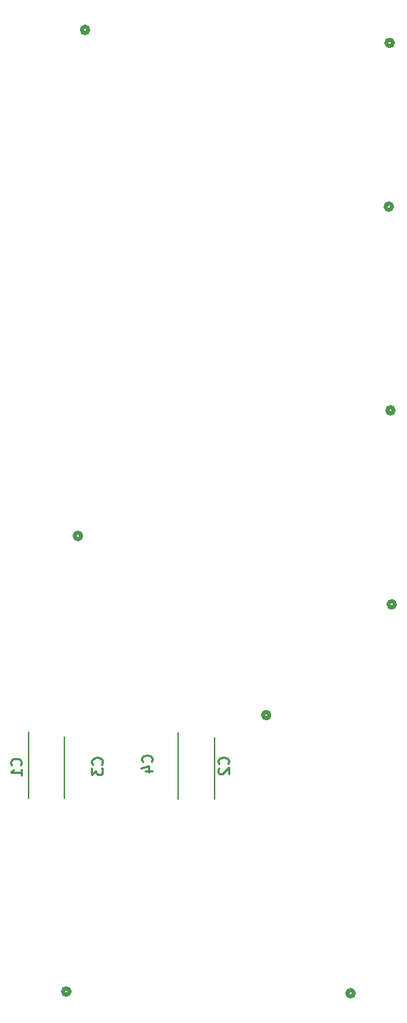
<source format=gbr>
%TF.GenerationSoftware,KiCad,Pcbnew,7.0.8-7.0.8~ubuntu22.04.1*%
%TF.CreationDate,2025-01-17T11:03:05+01:00*%
%TF.ProjectId,supply_interface,73757070-6c79-45f6-996e-746572666163,rev?*%
%TF.SameCoordinates,Original*%
%TF.FileFunction,Legend,Bot*%
%TF.FilePolarity,Positive*%
%FSLAX46Y46*%
G04 Gerber Fmt 4.6, Leading zero omitted, Abs format (unit mm)*
G04 Created by KiCad (PCBNEW 7.0.8-7.0.8~ubuntu22.04.1) date 2025-01-17 11:03:05*
%MOMM*%
%LPD*%
G01*
G04 APERTURE LIST*
%ADD10C,0.254000*%
%ADD11C,0.508000*%
%ADD12C,0.200000*%
G04 APERTURE END LIST*
D10*
X80953365Y-140238333D02*
X81013842Y-140177857D01*
X81013842Y-140177857D02*
X81074318Y-139996428D01*
X81074318Y-139996428D02*
X81074318Y-139875476D01*
X81074318Y-139875476D02*
X81013842Y-139694047D01*
X81013842Y-139694047D02*
X80892889Y-139573095D01*
X80892889Y-139573095D02*
X80771937Y-139512618D01*
X80771937Y-139512618D02*
X80530032Y-139452142D01*
X80530032Y-139452142D02*
X80348603Y-139452142D01*
X80348603Y-139452142D02*
X80106699Y-139512618D01*
X80106699Y-139512618D02*
X79985746Y-139573095D01*
X79985746Y-139573095D02*
X79864794Y-139694047D01*
X79864794Y-139694047D02*
X79804318Y-139875476D01*
X79804318Y-139875476D02*
X79804318Y-139996428D01*
X79804318Y-139996428D02*
X79864794Y-140177857D01*
X79864794Y-140177857D02*
X79925270Y-140238333D01*
X79804318Y-140661666D02*
X79804318Y-141447857D01*
X79804318Y-141447857D02*
X80288127Y-141024523D01*
X80288127Y-141024523D02*
X80288127Y-141205952D01*
X80288127Y-141205952D02*
X80348603Y-141326904D01*
X80348603Y-141326904D02*
X80409080Y-141387380D01*
X80409080Y-141387380D02*
X80530032Y-141447857D01*
X80530032Y-141447857D02*
X80832413Y-141447857D01*
X80832413Y-141447857D02*
X80953365Y-141387380D01*
X80953365Y-141387380D02*
X81013842Y-141326904D01*
X81013842Y-141326904D02*
X81074318Y-141205952D01*
X81074318Y-141205952D02*
X81074318Y-140843095D01*
X81074318Y-140843095D02*
X81013842Y-140722142D01*
X81013842Y-140722142D02*
X80953365Y-140661666D01*
X86853365Y-139938333D02*
X86913842Y-139877857D01*
X86913842Y-139877857D02*
X86974318Y-139696428D01*
X86974318Y-139696428D02*
X86974318Y-139575476D01*
X86974318Y-139575476D02*
X86913842Y-139394047D01*
X86913842Y-139394047D02*
X86792889Y-139273095D01*
X86792889Y-139273095D02*
X86671937Y-139212618D01*
X86671937Y-139212618D02*
X86430032Y-139152142D01*
X86430032Y-139152142D02*
X86248603Y-139152142D01*
X86248603Y-139152142D02*
X86006699Y-139212618D01*
X86006699Y-139212618D02*
X85885746Y-139273095D01*
X85885746Y-139273095D02*
X85764794Y-139394047D01*
X85764794Y-139394047D02*
X85704318Y-139575476D01*
X85704318Y-139575476D02*
X85704318Y-139696428D01*
X85704318Y-139696428D02*
X85764794Y-139877857D01*
X85764794Y-139877857D02*
X85825270Y-139938333D01*
X86127651Y-141026904D02*
X86974318Y-141026904D01*
X85643842Y-140724523D02*
X86550984Y-140422142D01*
X86550984Y-140422142D02*
X86550984Y-141208333D01*
X71353365Y-140338333D02*
X71413842Y-140277857D01*
X71413842Y-140277857D02*
X71474318Y-140096428D01*
X71474318Y-140096428D02*
X71474318Y-139975476D01*
X71474318Y-139975476D02*
X71413842Y-139794047D01*
X71413842Y-139794047D02*
X71292889Y-139673095D01*
X71292889Y-139673095D02*
X71171937Y-139612618D01*
X71171937Y-139612618D02*
X70930032Y-139552142D01*
X70930032Y-139552142D02*
X70748603Y-139552142D01*
X70748603Y-139552142D02*
X70506699Y-139612618D01*
X70506699Y-139612618D02*
X70385746Y-139673095D01*
X70385746Y-139673095D02*
X70264794Y-139794047D01*
X70264794Y-139794047D02*
X70204318Y-139975476D01*
X70204318Y-139975476D02*
X70204318Y-140096428D01*
X70204318Y-140096428D02*
X70264794Y-140277857D01*
X70264794Y-140277857D02*
X70325270Y-140338333D01*
X71474318Y-141547857D02*
X71474318Y-140822142D01*
X71474318Y-141184999D02*
X70204318Y-141184999D01*
X70204318Y-141184999D02*
X70385746Y-141064047D01*
X70385746Y-141064047D02*
X70506699Y-140943095D01*
X70506699Y-140943095D02*
X70567175Y-140822142D01*
X95903365Y-140188333D02*
X95963842Y-140127857D01*
X95963842Y-140127857D02*
X96024318Y-139946428D01*
X96024318Y-139946428D02*
X96024318Y-139825476D01*
X96024318Y-139825476D02*
X95963842Y-139644047D01*
X95963842Y-139644047D02*
X95842889Y-139523095D01*
X95842889Y-139523095D02*
X95721937Y-139462618D01*
X95721937Y-139462618D02*
X95480032Y-139402142D01*
X95480032Y-139402142D02*
X95298603Y-139402142D01*
X95298603Y-139402142D02*
X95056699Y-139462618D01*
X95056699Y-139462618D02*
X94935746Y-139523095D01*
X94935746Y-139523095D02*
X94814794Y-139644047D01*
X94814794Y-139644047D02*
X94754318Y-139825476D01*
X94754318Y-139825476D02*
X94754318Y-139946428D01*
X94754318Y-139946428D02*
X94814794Y-140127857D01*
X94814794Y-140127857D02*
X94875270Y-140188333D01*
X94875270Y-140672142D02*
X94814794Y-140732618D01*
X94814794Y-140732618D02*
X94754318Y-140853571D01*
X94754318Y-140853571D02*
X94754318Y-141155952D01*
X94754318Y-141155952D02*
X94814794Y-141276904D01*
X94814794Y-141276904D02*
X94875270Y-141337380D01*
X94875270Y-141337380D02*
X94996222Y-141397857D01*
X94996222Y-141397857D02*
X95117175Y-141397857D01*
X95117175Y-141397857D02*
X95298603Y-141337380D01*
X95298603Y-141337380D02*
X96024318Y-140611666D01*
X96024318Y-140611666D02*
X96024318Y-141397857D01*
D11*
%TO.C,J9*%
X79381000Y-53375000D02*
G75*
G03*
X79381000Y-53375000I-381000J0D01*
G01*
%TO.C,J6*%
X115681000Y-121315000D02*
G75*
G03*
X115681000Y-121315000I-381000J0D01*
G01*
%TO.C,J11*%
X115431000Y-54915000D02*
G75*
G03*
X115431000Y-54915000I-381000J0D01*
G01*
%TO.C,J4*%
X77156000Y-167100000D02*
G75*
G03*
X77156000Y-167100000I-381000J0D01*
G01*
%TO.C,J3*%
X110806000Y-167310000D02*
G75*
G03*
X110806000Y-167310000I-381000J0D01*
G01*
%TO.C,J12*%
X78531000Y-113219900D02*
G75*
G03*
X78531000Y-113219900I-381000J0D01*
G01*
%TO.C,J10*%
X100821000Y-134415000D02*
G75*
G03*
X100821000Y-134415000I-381000J0D01*
G01*
%TO.C,J8*%
X115531000Y-98365000D02*
G75*
G03*
X115531000Y-98365000I-381000J0D01*
G01*
%TO.C,J13*%
X115331000Y-74275000D02*
G75*
G03*
X115331000Y-74275000I-381000J0D01*
G01*
D12*
%TO.C,C1*%
X76590000Y-136960000D02*
X76590000Y-144260000D01*
X72290000Y-144260000D02*
X72290000Y-136360000D01*
%TO.C,C2*%
X94290000Y-137010000D02*
X94290000Y-144310000D01*
X89990000Y-144310000D02*
X89990000Y-136410000D01*
%TD*%
M02*

</source>
